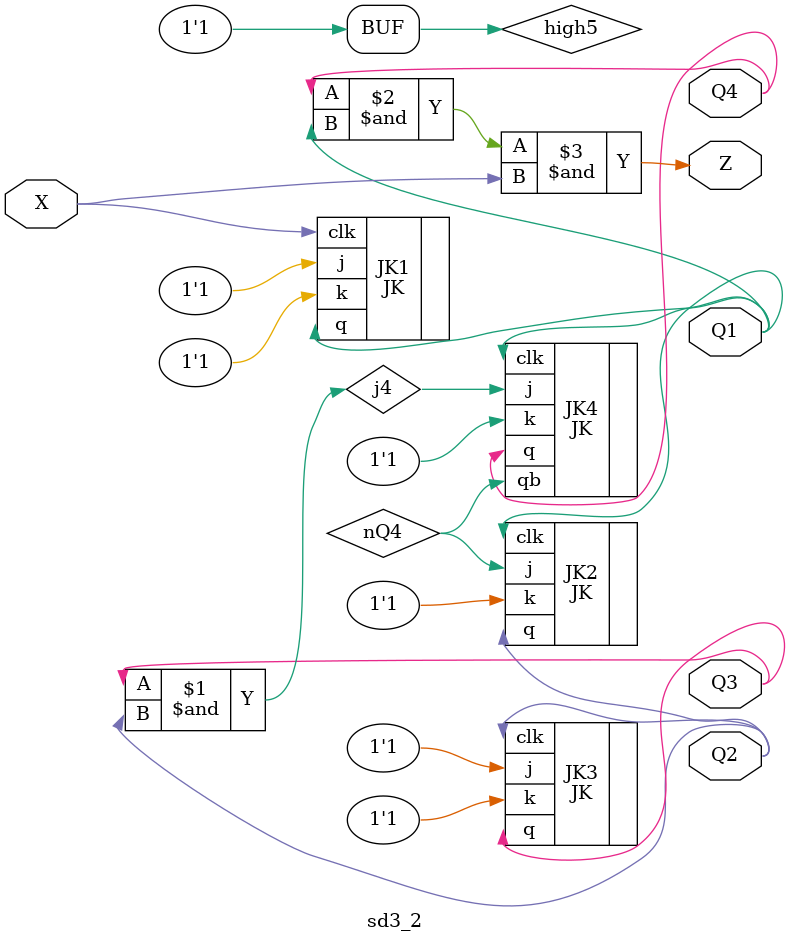
<source format=v>
`timescale 1ns / 1ps


module sd3_2(
input X,
output Q1,
output Q2,
output Q3,
output Q4,
output Z
    );
    
    wire high5;
    wire Q1,Q2,Q3,Q4,nQ4;
    wire j4;
    assign high5=1'b1;
    
    JK JK1(.clk(X) ,  .j(high5) , .k(high5) , .q(Q1));
    JK JK2(.clk(Q1) ,  .j(nQ4) , .k(high5) , .q(Q2));
    JK JK3(.clk(Q2) ,  .j(high5) , .k(high5) , .q(Q3));
    
    assign j4 = Q3 & Q2;
    JK JK4(.clk(Q1) ,  .j(j4) , .k(high5) , .q(Q4) , .qb(nQ4));
    
    and outZ(Z,Q4,Q1,X);
    
    
    
endmodule

</source>
